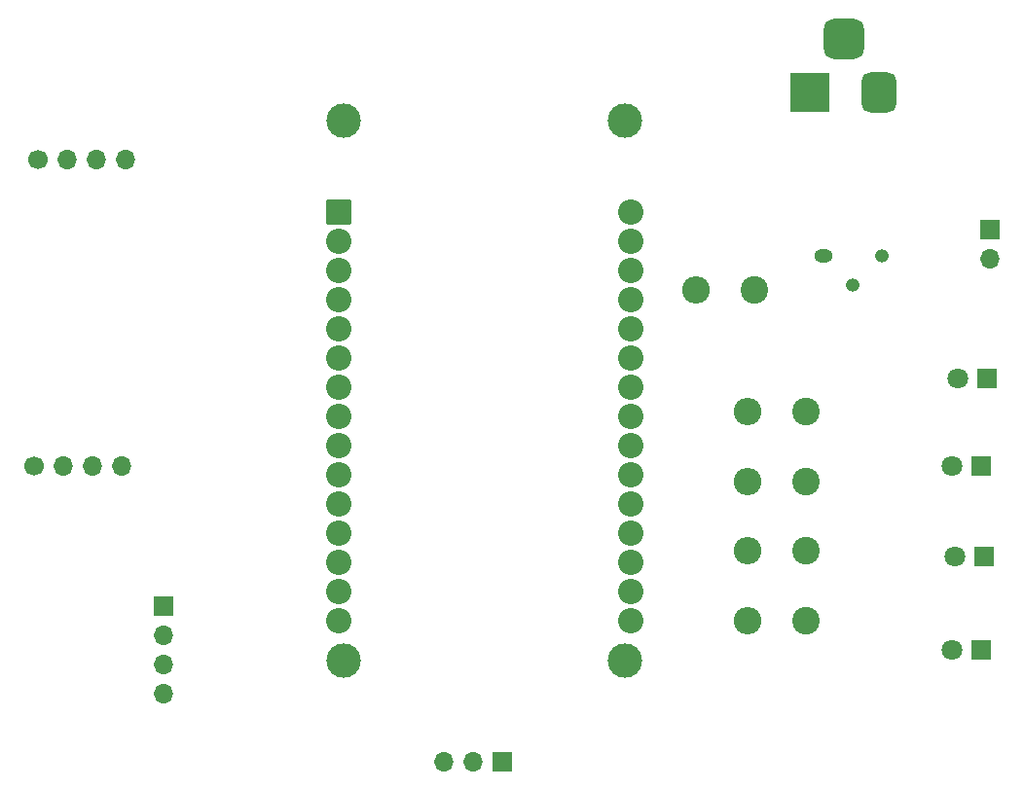
<source format=gbr>
%TF.GenerationSoftware,KiCad,Pcbnew,7.0.8*%
%TF.CreationDate,2023-11-17T11:36:36-05:00*%
%TF.ProjectId,PCB Basurainador,50434220-4261-4737-9572-61696e61646f,rev?*%
%TF.SameCoordinates,Original*%
%TF.FileFunction,Soldermask,Bot*%
%TF.FilePolarity,Negative*%
%FSLAX46Y46*%
G04 Gerber Fmt 4.6, Leading zero omitted, Abs format (unit mm)*
G04 Created by KiCad (PCBNEW 7.0.8) date 2023-11-17 11:36:36*
%MOMM*%
%LPD*%
G01*
G04 APERTURE LIST*
G04 Aperture macros list*
%AMRoundRect*
0 Rectangle with rounded corners*
0 $1 Rounding radius*
0 $2 $3 $4 $5 $6 $7 $8 $9 X,Y pos of 4 corners*
0 Add a 4 corners polygon primitive as box body*
4,1,4,$2,$3,$4,$5,$6,$7,$8,$9,$2,$3,0*
0 Add four circle primitives for the rounded corners*
1,1,$1+$1,$2,$3*
1,1,$1+$1,$4,$5*
1,1,$1+$1,$6,$7*
1,1,$1+$1,$8,$9*
0 Add four rect primitives between the rounded corners*
20,1,$1+$1,$2,$3,$4,$5,0*
20,1,$1+$1,$4,$5,$6,$7,0*
20,1,$1+$1,$6,$7,$8,$9,0*
20,1,$1+$1,$8,$9,$2,$3,0*%
G04 Aperture macros list end*
%ADD10C,2.400000*%
%ADD11O,2.400000X2.400000*%
%ADD12R,1.800000X1.800000*%
%ADD13C,1.800000*%
%ADD14O,1.600000X1.200000*%
%ADD15O,1.200000X1.200000*%
%ADD16C,1.700000*%
%ADD17O,1.700000X1.700000*%
%ADD18C,3.000000*%
%ADD19RoundRect,0.102000X-1.000000X-1.000000X1.000000X-1.000000X1.000000X1.000000X-1.000000X1.000000X0*%
%ADD20C,2.204000*%
%ADD21R,1.700000X1.700000*%
%ADD22R,3.500000X3.500000*%
%ADD23RoundRect,0.750000X0.750000X1.000000X-0.750000X1.000000X-0.750000X-1.000000X0.750000X-1.000000X0*%
%ADD24RoundRect,0.875000X0.875000X0.875000X-0.875000X0.875000X-0.875000X-0.875000X0.875000X-0.875000X0*%
G04 APERTURE END LIST*
D10*
%TO.C,R5*%
X100919000Y-65959000D03*
D11*
X95839000Y-65959000D03*
%TD*%
D10*
%TO.C,R1*%
X105410000Y-94696000D03*
D11*
X100330000Y-94696000D03*
%TD*%
D10*
%TO.C,R2*%
X105410000Y-88646000D03*
D11*
X100330000Y-88646000D03*
%TD*%
D12*
%TO.C,D2*%
X120909000Y-89154000D03*
D13*
X118369000Y-89154000D03*
%TD*%
D14*
%TO.C,T1*%
X106934000Y-62992000D03*
D15*
X109474000Y-65532000D03*
X112014000Y-62992000D03*
%TD*%
D16*
%TO.C,U2*%
X38290500Y-81280000D03*
D17*
X40830500Y-81280000D03*
X43370500Y-81280000D03*
X45910500Y-81280000D03*
D16*
X38608000Y-54610000D03*
D17*
X41148000Y-54610000D03*
X43688000Y-54610000D03*
X46228000Y-54610000D03*
%TD*%
D18*
%TO.C,U1*%
X65190000Y-51201000D03*
X65190000Y-98151000D03*
X89700000Y-51201000D03*
X89700000Y-98151000D03*
D19*
X64770000Y-59161000D03*
D20*
X64770000Y-61701000D03*
X64770000Y-64241000D03*
X64770000Y-66781000D03*
X64770000Y-69321000D03*
X64770000Y-71861000D03*
X64770000Y-74401000D03*
X64770000Y-76941000D03*
X64770000Y-79481000D03*
X64770000Y-82021000D03*
X64770000Y-84561000D03*
X64770000Y-87101000D03*
X64770000Y-89641000D03*
X64770000Y-92181000D03*
X64770000Y-94721000D03*
X90170000Y-94721000D03*
X90170000Y-92181000D03*
X90170000Y-89641000D03*
X90170000Y-87101000D03*
X90170000Y-84561000D03*
X90170000Y-82021000D03*
X90170000Y-79481000D03*
X90170000Y-76941000D03*
X90170000Y-74401000D03*
X90170000Y-71861000D03*
X90170000Y-69321000D03*
X90170000Y-66781000D03*
X90170000Y-64241000D03*
X90170000Y-61701000D03*
X90170000Y-59161000D03*
%TD*%
D10*
%TO.C,R4*%
X105410000Y-76546000D03*
D11*
X100330000Y-76546000D03*
%TD*%
D12*
%TO.C,D4*%
X121158000Y-73660000D03*
D13*
X118618000Y-73660000D03*
%TD*%
D21*
%TO.C,LCD1*%
X49555000Y-93482000D03*
D17*
X49555000Y-96022000D03*
X49555000Y-98562000D03*
X49555000Y-101102000D03*
%TD*%
D12*
%TO.C,D3*%
X120655000Y-81280000D03*
D13*
X118115000Y-81280000D03*
%TD*%
D22*
%TO.C,J1*%
X105760000Y-48768000D03*
D23*
X111760000Y-48768000D03*
D24*
X108760000Y-44068000D03*
%TD*%
D10*
%TO.C,R3*%
X105410000Y-82596000D03*
D11*
X100330000Y-82596000D03*
%TD*%
D21*
%TO.C,Parlante1*%
X121412000Y-60706000D03*
D17*
X121412000Y-63246000D03*
%TD*%
D21*
%TO.C,Servo1*%
X78979000Y-106959000D03*
D17*
X76439000Y-106959000D03*
X73899000Y-106959000D03*
%TD*%
D12*
%TO.C,D1*%
X120650000Y-97282000D03*
D13*
X118110000Y-97282000D03*
%TD*%
M02*

</source>
